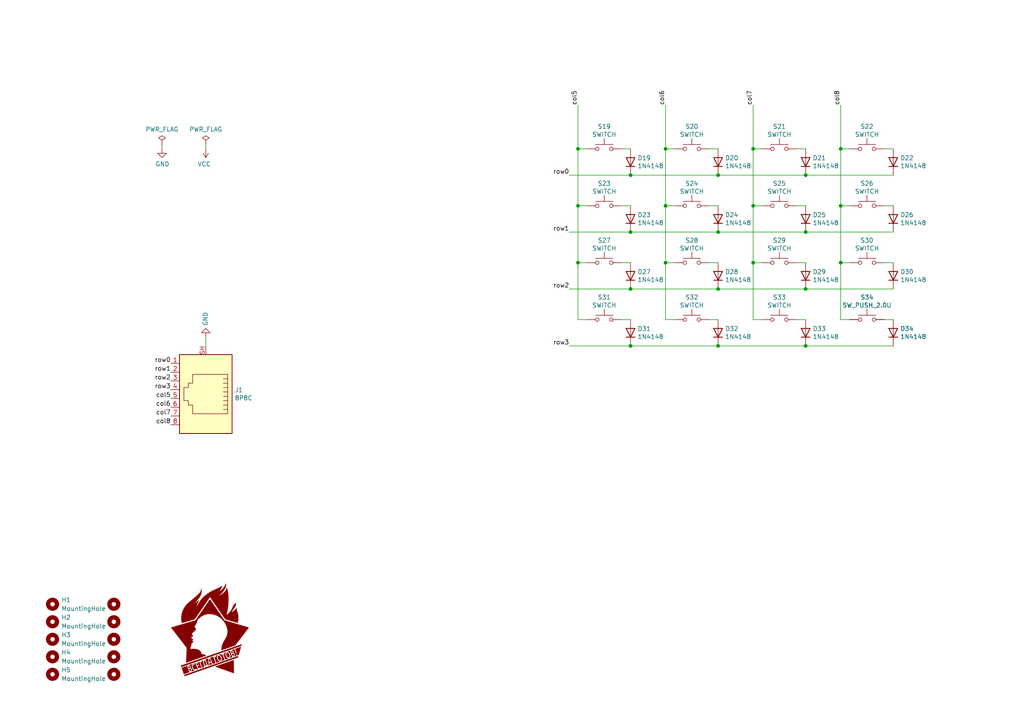
<source format=kicad_sch>
(kicad_sch (version 20230121) (generator eeschema)
  (paper "A4")
  (title_block (title "SEPR-RIGHT") (date "2023-11-15") (rev "0.1"))
  (lib_symbols
    (symbol "Connector:RJ45_Shielded" (pin_names (offset 1.016))
      (property "Reference" "J" (at -5.08 13.97 0))
      (property "Value" "RJ45_Shielded" (at 2.54 13.97 0))
      (symbol "RJ45_Shielded_1_1"
        (pin passive line (at 10.16 -7.62 180) (length 2.54) (name "~") (number "1"))
        (pin passive line (at 10.16 -5.08 180) (length 2.54) (name "~") (number "2"))
        (pin passive line (at 10.16 -2.54 180) (length 2.54) (name "~") (number "3"))
        (pin passive line (at 10.16 0 180) (length 2.54) (name "~") (number "4"))
        (pin passive line (at 10.16 2.54 180) (length 2.54) (name "~") (number "5"))
        (pin passive line (at 10.16 5.08 180) (length 2.54) (name "~") (number "6"))
        (pin passive line (at 10.16 7.62 180) (length 2.54) (name "~") (number "7"))
        (pin passive line (at 10.16 10.16 180) (length 2.54) (name "~") (number "8"))
        (pin passive line (at 0 -12.7 90) (length 2.54) (name "~") (number "SH"))
      )
    )
    (symbol "Diode:1N4148" (pin_numbers hide) (pin_names (offset 1.016) hide)
      (property "Reference" "D" (at 0 2.54 0))
      (property "Value" "1N4148" (at 0 -2.54 0))
      (symbol "1N4148_1_1"
        (pin passive line (at -3.81 0 0) (length 2.54) (name "K") (number "1"))
        (pin passive line (at 3.81 0 180) (length 2.54) (name "A") (number "2"))
      )
    )
    (symbol "Mechanical:MountingHole" (pin_names (offset 1.016))
      (property "Reference" "H" (at 0 5.08 0))
      (property "Value" "MountingHole" (at 0 3.175 0))
    )
    (symbol "SEPOR-LOGO:LOGO" (pin_names (offset 1.016)))
    (symbol "Switch:SW_Push" (pin_numbers hide) (pin_names (offset 1.016) hide)
      (property "Reference" "SW" (at 1.27 2.54 0))
      (property "Value" "SW_Push" (at 0 -1.524 0))
      (symbol "SW_Push_0_1"
        (pin passive line (at -5.08 0 0) (length 2.54) (name "1") (number "1"))
        (pin passive line (at 5.08 0 180) (length 2.54) (name "2") (number "2"))
      )
    )
    (symbol "power:GND" (power) (pin_names (offset 0))
      (property "Value" "GND" (at 0 -3.81 0))
      (symbol "GND_1_1"
        (pin power_in line (at 0 0 270) (length 0) hide (name "GND") (number "1"))
      )
    )
    (symbol "power:PWR_FLAG" (power) (pin_numbers hide) (pin_names (offset 0) hide)
      (property "Value" "PWR_FLAG" (at 0 3.81 0))
      (symbol "PWR_FLAG_0_0"
        (pin power_out line (at 0 0 90) (length 0) (name "pwr") (number "1"))
      )
    )
    (symbol "power:VCC" (power) (pin_names (offset 0))
      (property "Value" "VCC" (at 0 3.81 0))
      (symbol "VCC_1_1"
        (pin power_in line (at 0 0 90) (length 0) hide (name "VCC") (number "1"))
      )
    )
  )
  (junction (at 208.28 67.31))
  (junction (at 218.44 43.18))
  (junction (at 193.04 76.2))
  (junction (at 218.44 76.2))
  (junction (at 243.84 59.69))
  (junction (at 243.84 76.2))
  (junction (at 182.88 50.8))
  (junction (at 193.04 43.18))
  (junction (at 182.88 100.33))
  (junction (at 233.68 83.82))
  (junction (at 182.88 67.31))
  (junction (at 208.28 50.8))
  (junction (at 167.64 43.18))
  (junction (at 167.64 76.2))
  (junction (at 182.88 83.82))
  (junction (at 208.28 100.33))
  (junction (at 208.28 83.82))
  (junction (at 243.84 43.18))
  (junction (at 233.68 50.8))
  (junction (at 218.44 59.69))
  (junction (at 233.68 67.31))
  (junction (at 167.64 59.69))
  (junction (at 193.04 59.69))
  (junction (at 233.68 100.33))
  (wire (pts (xy 243.84 76.2) (xy 243.84 92.71)))
  (wire (pts (xy 243.84 30.48) (xy 243.84 43.18)))
  (wire (pts (xy 233.68 83.82) (xy 259.08 83.82)))
  (wire (pts (xy 231.14 76.2) (xy 233.68 76.2)))
  (wire (pts (xy 256.54 76.2) (xy 259.08 76.2)))
  (wire (pts (xy 208.28 100.33) (xy 233.68 100.33)))
  (wire (pts (xy 167.64 43.18) (xy 170.18 43.18)))
  (wire (pts (xy 218.44 76.2) (xy 220.98 76.2)))
  (wire (pts (xy 218.44 43.18) (xy 220.98 43.18)))
  (wire (pts (xy 243.84 76.2) (xy 246.38 76.2)))
  (wire (pts (xy 193.04 76.2) (xy 195.58 76.2)))
  (wire (pts (xy 218.44 30.48) (xy 218.44 43.18)))
  (wire (pts (xy 243.84 43.18) (xy 246.38 43.18)))
  (wire (pts (xy 167.64 76.2) (xy 167.64 92.71)))
  (wire (pts (xy 182.88 83.82) (xy 208.28 83.82)))
  (wire (pts (xy 208.28 50.8) (xy 233.68 50.8)))
  (wire (pts (xy 46.99 43.18) (xy 46.99 41.91)))
  (wire (pts (xy 193.04 76.2) (xy 193.04 92.71)))
  (wire (pts (xy 193.04 43.18) (xy 195.58 43.18)))
  (wire (pts (xy 167.64 59.69) (xy 167.64 76.2)))
  (wire (pts (xy 231.14 92.71) (xy 233.68 92.71)))
  (wire (pts (xy 205.74 76.2) (xy 208.28 76.2)))
  (wire (pts (xy 218.44 59.69) (xy 218.44 76.2)))
  (wire (pts (xy 182.88 67.31) (xy 208.28 67.31)))
  (wire (pts (xy 218.44 59.69) (xy 220.98 59.69)))
  (wire (pts (xy 180.34 76.2) (xy 182.88 76.2)))
  (wire (pts (xy 167.64 59.69) (xy 170.18 59.69)))
  (wire (pts (xy 182.88 50.8) (xy 208.28 50.8)))
  (wire (pts (xy 233.68 67.31) (xy 259.08 67.31)))
  (wire (pts (xy 231.14 59.69) (xy 233.68 59.69)))
  (wire (pts (xy 193.04 92.71) (xy 195.58 92.71)))
  (wire (pts (xy 165.1 67.31) (xy 182.88 67.31)))
  (wire (pts (xy 165.1 83.82) (xy 182.88 83.82)))
  (wire (pts (xy 256.54 43.18) (xy 259.08 43.18)))
  (wire (pts (xy 243.84 59.69) (xy 243.84 76.2)))
  (wire (pts (xy 193.04 59.69) (xy 193.04 76.2)))
  (wire (pts (xy 205.74 43.18) (xy 208.28 43.18)))
  (wire (pts (xy 218.44 43.18) (xy 218.44 59.69)))
  (wire (pts (xy 59.69 97.79) (xy 59.69 100.33)))
  (wire (pts (xy 180.34 43.18) (xy 182.88 43.18)))
  (wire (pts (xy 167.64 43.18) (xy 167.64 59.69)))
  (wire (pts (xy 205.74 59.69) (xy 208.28 59.69)))
  (wire (pts (xy 167.64 30.48) (xy 167.64 43.18)))
  (wire (pts (xy 243.84 92.71) (xy 246.38 92.71)))
  (wire (pts (xy 182.88 100.33) (xy 208.28 100.33)))
  (wire (pts (xy 193.04 59.69) (xy 195.58 59.69)))
  (wire (pts (xy 165.1 50.8) (xy 182.88 50.8)))
  (wire (pts (xy 167.64 92.71) (xy 170.18 92.71)))
  (wire (pts (xy 180.34 59.69) (xy 182.88 59.69)))
  (wire (pts (xy 59.69 43.18) (xy 59.69 41.91)))
  (wire (pts (xy 233.68 50.8) (xy 259.08 50.8)))
  (wire (pts (xy 231.14 43.18) (xy 233.68 43.18)))
  (wire (pts (xy 218.44 76.2) (xy 218.44 92.71)))
  (wire (pts (xy 167.64 76.2) (xy 170.18 76.2)))
  (wire (pts (xy 218.44 92.71) (xy 220.98 92.71)))
  (wire (pts (xy 256.54 59.69) (xy 259.08 59.69)))
  (wire (pts (xy 193.04 43.18) (xy 193.04 59.69)))
  (wire (pts (xy 165.1 100.33) (xy 182.88 100.33)))
  (wire (pts (xy 208.28 67.31) (xy 233.68 67.31)))
  (wire (pts (xy 243.84 43.18) (xy 243.84 59.69)))
  (wire (pts (xy 205.74 92.71) (xy 208.28 92.71)))
  (wire (pts (xy 233.68 100.33) (xy 259.08 100.33)))
  (wire (pts (xy 193.04 30.48) (xy 193.04 43.18)))
  (wire (pts (xy 256.54 92.71) (xy 259.08 92.71)))
  (wire (pts (xy 180.34 92.71) (xy 182.88 92.71)))
  (wire (pts (xy 208.28 83.82) (xy 233.68 83.82)))
  (wire (pts (xy 243.84 59.69) (xy 246.38 59.69)))
  (label "col6" (at 193.04 30.48 90))
  (label "col8" (at 49.53 123.19 180))
  (label "row0" (at 49.53 105.41 180))
  (label "row1" (at 49.53 107.95 180))
  (label "row1" (at 165.1 67.31 180))
  (label "row0" (at 165.1 50.8 180))
  (label "col5" (at 49.53 115.57 180))
  (label "row3" (at 165.1 100.33 180))
  (label "col8" (at 243.84 30.48 90))
  (label "col7" (at 49.53 120.65 180))
  (label "row3" (at 49.53 113.03 180))
  (label "col7" (at 218.44 30.48 90))
  (label "row2" (at 49.53 110.49 180))
  (label "row2" (at 165.1 83.82 180))
  (label "col5" (at 167.64 30.48 90))
  (label "col6" (at 49.53 118.11 180))
  (symbol (lib_id "Diode:1N4148") (at 259.08 46.99 90) (unit 1)
    (property "Reference" "D22" (at 261.0866 45.8216 90) (effects (justify right)))
    (property "Value" "1N4148" (at 261.0866 48.133 90) (effects (justify right)))
    (property "Footprint" "Diode_SMD:D_SOD-323" (effects hide))
    (property "Datasheet" "https://assets.nexperia.com/documents/data-sheet/1N4148_1N4448.pdf" (effects hide))
  )
  (symbol (lib_id "Mechanical:MountingHole") (at 33.02 190.5 0) (unit 1)
    (property "Reference" "H9" (at 35.56 189.2299 0) (effects (justify left)))
    (property "Value" "MountingHole" (at 35.56 191.7699 0) (effects (justify left)))
    (property "Footprint" "MountingHole:MountingHole_2.2mm_M2" (effects hide))
    (property "Footprint" "MountingHole:MountingHole_4mm" (effects hide))
    (property "Reference" "H9" (effects hide))
    (property "Value" "MountingHole" (effects hide))
  )
  (symbol (lib_id "power:VCC") (at 59.69 43.18 180) (unit 1)
    (property "Reference" "#PWR04" (effects hide))
    (property "Value" "VCC" (at 59.2328 47.5742 0))
  )
  (symbol (lib_id "Mechanical:MountingHole") (at 33.02 175.26 0) (unit 1)
    (property "Reference" "H6" (at 35.56 173.9899 0) (effects (justify left)))
    (property "Value" "MountingHole" (at 35.56 176.5299 0) (effects (justify left)))
    (property "Footprint" "MountingHole:MountingHole_2.2mm_M2" (effects hide))
    (property "Footprint" "MountingHole:MountingHole_4mm" (effects hide))
    (property "Reference" "H6" (effects hide))
    (property "Value" "MountingHole" (effects hide))
  )
  (symbol (lib_id "Mechanical:MountingHole") (at 33.02 195.58 0) (unit 1)
    (property "Reference" "H10" (at 35.56 194.3099 0) (effects (justify left)))
    (property "Value" "MountingHole" (at 35.56 196.8499 0) (effects (justify left)))
    (property "Footprint" "MountingHole:MountingHole_2.2mm_M2" (effects hide))
    (property "Footprint" "MountingHole:MountingHole_4mm" (effects hide))
    (property "Reference" "H10" (effects hide))
    (property "Value" "MountingHole" (effects hide))
  )
  (symbol (lib_id "Diode:1N4148") (at 233.68 96.52 90) (unit 1)
    (property "Reference" "D33" (at 235.6866 95.3516 90) (effects (justify right)))
    (property "Value" "1N4148" (at 235.6866 97.663 90) (effects (justify right)))
    (property "Footprint" "Diode_SMD:D_SOD-323" (effects hide))
    (property "Datasheet" "https://assets.nexperia.com/documents/data-sheet/1N4148_1N4448.pdf" (effects hide))
  )
  (symbol (lib_id "SEPOR-LOGO:LOGO") (at 60.96 182.88 0) (unit 1)
    (property "Reference" "#G1" (effects hide))
    (property "Value" "LOGO" (effects hide))
  )
  (symbol (lib_id "Diode:1N4148") (at 208.28 96.52 90) (unit 1)
    (property "Reference" "D32" (at 210.2866 95.3516 90) (effects (justify right)))
    (property "Value" "1N4148" (at 210.2866 97.663 90) (effects (justify right)))
    (property "Footprint" "Diode_SMD:D_SOD-323" (effects hide))
    (property "Datasheet" "https://assets.nexperia.com/documents/data-sheet/1N4148_1N4448.pdf" (effects hide))
  )
  (symbol (lib_id "Mechanical:MountingHole") (at 15.24 180.34 0) (unit 1)
    (property "Reference" "H2" (at 17.78 179.0699 0) (effects (justify left)))
    (property "Value" "MountingHole" (at 17.78 181.6099 0) (effects (justify left)))
    (property "Footprint" "MountingHole:MountingHole_2.2mm_M2" (effects hide))
  )
  (symbol (lib_id "Switch:SW_Push") (at 175.26 76.2 0) (unit 1)
    (property "Reference" "S27" (at 175.26 69.723 0))
    (property "Value" "SWITCH" (at 175.26 72.0344 0))
    (property "Footprint" "SEPOR34-footprints:SEPOR-MX-KS27-HOTSWAP-1U" (effects hide))
  )
  (symbol (lib_id "Mechanical:MountingHole") (at 33.02 180.34 0) (unit 1)
    (property "Reference" "H7" (at 35.56 179.0699 0) (effects (justify left)))
    (property "Value" "MountingHole" (at 35.56 181.6099 0) (effects (justify left)))
    (property "Footprint" "MountingHole:MountingHole_2.2mm_M2" (effects hide))
    (property "Footprint" "MountingHole:MountingHole_4mm" (effects hide))
    (property "Reference" "H7" (effects hide))
    (property "Value" "MountingHole" (effects hide))
  )
  (symbol (lib_id "Mechanical:MountingHole") (at 15.24 190.5 0) (unit 1)
    (property "Reference" "H4" (at 17.78 189.2299 0) (effects (justify left)))
    (property "Value" "MountingHole" (at 17.78 191.7699 0) (effects (justify left)))
    (property "Footprint" "MountingHole:MountingHole_2.2mm_M2" (effects hide))
  )
  (symbol (lib_id "Diode:1N4148") (at 182.88 46.99 90) (unit 1)
    (property "Reference" "D19" (at 184.8866 45.8216 90) (effects (justify right)))
    (property "Value" "1N4148" (at 184.8866 48.133 90) (effects (justify right)))
    (property "Footprint" "Diode_SMD:D_SOD-323" (effects hide))
    (property "Datasheet" "https://assets.nexperia.com/documents/data-sheet/1N4148_1N4448.pdf" (effects hide))
  )
  (symbol (lib_id "Switch:SW_Push") (at 200.66 43.18 0) (unit 1)
    (property "Reference" "S20" (at 200.66 36.703 0))
    (property "Value" "SWITCH" (at 200.66 39.0144 0))
    (property "Footprint" "SEPOR34-footprints:SEPOR-MX-KS27-HOTSWAP-1U" (effects hide))
  )
  (symbol (lib_id "power:PWR_FLAG") (at 59.69 41.91 0) (unit 1)
    (property "Reference" "#FLG02" (effects hide))
    (property "Value" "PWR_FLAG" (at 59.69 37.5158 0))
  )
  (symbol (lib_id "Switch:SW_Push") (at 200.66 92.71 0) (unit 1)
    (property "Reference" "S32" (at 200.66 86.233 0))
    (property "Value" "SWITCH" (at 200.66 88.5444 0))
    (property "Footprint" "SEPOR34-footprints:SEPOR-MX-KS27-HOTSWAP-1U" (effects hide))
  )
  (symbol (lib_id "Diode:1N4148") (at 259.08 80.01 90) (unit 1)
    (property "Reference" "D30" (at 261.0866 78.8416 90) (effects (justify right)))
    (property "Value" "1N4148" (at 261.0866 81.153 90) (effects (justify right)))
    (property "Footprint" "Diode_SMD:D_SOD-323" (effects hide))
    (property "Datasheet" "https://assets.nexperia.com/documents/data-sheet/1N4148_1N4448.pdf" (effects hide))
  )
  (symbol (lib_id "Mechanical:MountingHole") (at 15.24 185.42 0) (unit 1)
    (property "Reference" "H3" (at 17.78 184.1499 0) (effects (justify left)))
    (property "Value" "MountingHole" (at 17.78 186.6899 0) (effects (justify left)))
    (property "Footprint" "MountingHole:MountingHole_2.2mm_M2" (effects hide))
  )
  (symbol (lib_id "power:GND") (at 59.69 97.79 180) (unit 1)
    (property "Reference" "#PWR05" (effects hide))
    (property "Value" "GND" (at 59.563 94.5388 90) (effects (justify right)))
  )
  (symbol (lib_id "Diode:1N4148") (at 182.88 63.5 90) (unit 1)
    (property "Reference" "D23" (at 184.8866 62.3316 90) (effects (justify right)))
    (property "Value" "1N4148" (at 184.8866 64.643 90) (effects (justify right)))
    (property "Footprint" "Diode_SMD:D_SOD-323" (effects hide))
    (property "Datasheet" "https://assets.nexperia.com/documents/data-sheet/1N4148_1N4448.pdf" (effects hide))
  )
  (symbol (lib_id "Mechanical:MountingHole") (at 15.24 175.26 0) (unit 1)
    (property "Reference" "H1" (at 17.78 173.9899 0) (effects (justify left)))
    (property "Value" "MountingHole" (at 17.78 176.5299 0) (effects (justify left)))
    (property "Footprint" "MountingHole:MountingHole_2.2mm_M2" (effects hide))
  )
  (symbol (lib_id "Switch:SW_Push") (at 175.26 92.71 0) (unit 1)
    (property "Reference" "S31" (at 175.26 86.233 0))
    (property "Value" "SWITCH" (at 175.26 88.5444 0))
    (property "Footprint" "SEPOR34-footprints:SEPOR-MX-KS27-HOTSWAP-1U" (effects hide))
  )
  (symbol (lib_id "Switch:SW_Push") (at 175.26 59.69 0) (unit 1)
    (property "Reference" "S23" (at 175.26 53.213 0))
    (property "Value" "SWITCH" (at 175.26 55.5244 0))
    (property "Footprint" "SEPOR34-footprints:SEPOR-MX-KS27-HOTSWAP-1U" (effects hide))
  )
  (symbol (lib_id "Connector:RJ45_Shielded") (at 59.69 113.03 180) (unit 1)
    (property "Reference" "J1" (at 68.072 113.1316 0) (effects (justify right)))
    (property "Value" "8P8C" (at 68.072 115.443 0) (effects (justify right)))
    (property "Footprint" "SEPOR34-footprints:RJ45-HELING-MJ88-XX11-HLSV6-SMD" (effects hide))
  )
  (symbol (lib_id "Switch:SW_Push") (at 251.46 43.18 0) (unit 1)
    (property "Reference" "S22" (at 251.46 36.703 0))
    (property "Value" "SWITCH" (at 251.46 39.0144 0))
    (property "Footprint" "SEPOR34-footprints:SEPOR-MX-KS27-HOTSWAP-1U" (effects hide))
  )
  (symbol (lib_id "Diode:1N4148") (at 233.68 46.99 90) (unit 1)
    (property "Reference" "D21" (at 235.6866 45.8216 90) (effects (justify right)))
    (property "Value" "1N4148" (at 235.6866 48.133 90) (effects (justify right)))
    (property "Footprint" "Diode_SMD:D_SOD-323" (effects hide))
    (property "Datasheet" "https://assets.nexperia.com/documents/data-sheet/1N4148_1N4448.pdf" (effects hide))
  )
  (symbol (lib_id "Diode:1N4148") (at 233.68 63.5 90) (unit 1)
    (property "Reference" "D25" (at 235.6866 62.3316 90) (effects (justify right)))
    (property "Value" "1N4148" (at 235.6866 64.643 90) (effects (justify right)))
    (property "Footprint" "Diode_SMD:D_SOD-323" (effects hide))
    (property "Datasheet" "https://assets.nexperia.com/documents/data-sheet/1N4148_1N4448.pdf" (effects hide))
  )
  (symbol (lib_id "Diode:1N4148") (at 182.88 80.01 90) (unit 1)
    (property "Reference" "D27" (at 184.8866 78.8416 90) (effects (justify right)))
    (property "Value" "1N4148" (at 184.8866 81.153 90) (effects (justify right)))
    (property "Footprint" "Diode_SMD:D_SOD-323" (effects hide))
    (property "Datasheet" "https://assets.nexperia.com/documents/data-sheet/1N4148_1N4448.pdf" (effects hide))
  )
  (symbol (lib_id "Diode:1N4148") (at 208.28 80.01 90) (unit 1)
    (property "Reference" "D28" (at 210.2866 78.8416 90) (effects (justify right)))
    (property "Value" "1N4148" (at 210.2866 81.153 90) (effects (justify right)))
    (property "Footprint" "Diode_SMD:D_SOD-323" (effects hide))
    (property "Datasheet" "https://assets.nexperia.com/documents/data-sheet/1N4148_1N4448.pdf" (effects hide))
  )
  (symbol (lib_id "power:PWR_FLAG") (at 46.99 41.91 0) (unit 1)
    (property "Reference" "#FLG01" (effects hide))
    (property "Value" "PWR_FLAG" (at 46.99 37.5158 0))
  )
  (symbol (lib_id "Switch:SW_Push") (at 200.66 76.2 0) (unit 1)
    (property "Reference" "S28" (at 200.66 69.723 0))
    (property "Value" "SWITCH" (at 200.66 72.0344 0))
    (property "Footprint" "SEPOR34-footprints:SEPOR-MX-KS27-HOTSWAP-1U" (effects hide))
  )
  (symbol (lib_id "Switch:SW_Push") (at 226.06 59.69 0) (unit 1)
    (property "Reference" "S25" (at 226.06 53.213 0))
    (property "Value" "SWITCH" (at 226.06 55.5244 0))
    (property "Footprint" "SEPOR34-footprints:SEPOR-MX-KS27-HOTSWAP-1U" (effects hide))
  )
  (symbol (lib_id "Diode:1N4148") (at 233.68 80.01 90) (unit 1)
    (property "Reference" "D29" (at 235.6866 78.8416 90) (effects (justify right)))
    (property "Value" "1N4148" (at 235.6866 81.153 90) (effects (justify right)))
    (property "Footprint" "Diode_SMD:D_SOD-323" (effects hide))
    (property "Datasheet" "https://assets.nexperia.com/documents/data-sheet/1N4148_1N4448.pdf" (effects hide))
  )
  (symbol (lib_id "Switch:SW_Push") (at 251.46 76.2 0) (unit 1)
    (property "Reference" "S30" (at 251.46 69.723 0))
    (property "Value" "SWITCH" (at 251.46 72.0344 0))
    (property "Footprint" "SEPOR34-footprints:SEPOR-MX-KS27-HOTSWAP-1U" (effects hide))
  )
  (symbol (lib_id "Switch:SW_Push") (at 251.46 59.69 0) (unit 1)
    (property "Reference" "S26" (at 251.46 53.213 0))
    (property "Value" "SWITCH" (at 251.46 55.5244 0))
    (property "Footprint" "SEPOR34-footprints:SEPOR-MX-KS27-HOTSWAP-1U" (effects hide))
  )
  (symbol (lib_id "Diode:1N4148") (at 208.28 46.99 90) (unit 1)
    (property "Reference" "D20" (at 210.2866 45.8216 90) (effects (justify right)))
    (property "Value" "1N4148" (at 210.2866 48.133 90) (effects (justify right)))
    (property "Footprint" "Diode_SMD:D_SOD-323" (effects hide))
    (property "Datasheet" "https://assets.nexperia.com/documents/data-sheet/1N4148_1N4448.pdf" (effects hide))
  )
  (symbol (lib_id "Diode:1N4148") (at 259.08 63.5 90) (unit 1)
    (property "Reference" "D26" (at 261.0866 62.3316 90) (effects (justify right)))
    (property "Value" "1N4148" (at 261.0866 64.643 90) (effects (justify right)))
    (property "Footprint" "Diode_SMD:D_SOD-323" (effects hide))
    (property "Datasheet" "https://assets.nexperia.com/documents/data-sheet/1N4148_1N4448.pdf" (effects hide))
  )
  (symbol (lib_id "Mechanical:MountingHole") (at 33.02 185.42 0) (unit 1)
    (property "Reference" "H8" (at 35.56 184.1499 0) (effects (justify left)))
    (property "Value" "MountingHole" (at 35.56 186.6899 0) (effects (justify left)))
    (property "Footprint" "MountingHole:MountingHole_2.2mm_M2" (effects hide))
    (property "Footprint" "MountingHole:MountingHole_4mm" (effects hide))
    (property "Reference" "H8" (effects hide))
    (property "Value" "MountingHole" (effects hide))
  )
  (symbol (lib_id "Switch:SW_Push") (at 175.26 43.18 0) (unit 1)
    (property "Reference" "S19" (at 175.26 36.703 0))
    (property "Value" "SWITCH" (at 175.26 39.0144 0))
    (property "Footprint" "SEPOR34-footprints:SEPOR-MX-KS27-HOTSWAP-1U" (effects hide))
  )
  (symbol (lib_id "Diode:1N4148") (at 208.28 63.5 90) (unit 1)
    (property "Reference" "D24" (at 210.2866 62.3316 90) (effects (justify right)))
    (property "Value" "1N4148" (at 210.2866 64.643 90) (effects (justify right)))
    (property "Footprint" "Diode_SMD:D_SOD-323" (effects hide))
    (property "Datasheet" "https://assets.nexperia.com/documents/data-sheet/1N4148_1N4448.pdf" (effects hide))
  )
  (symbol (lib_id "Mechanical:MountingHole") (at 15.24 195.58 0) (unit 1)
    (property "Reference" "H5" (at 17.78 194.3099 0) (effects (justify left)))
    (property "Value" "MountingHole" (at 17.78 196.8499 0) (effects (justify left)))
    (property "Footprint" "MountingHole:MountingHole_2.2mm_M2" (effects hide))
  )
  (symbol (lib_id "Switch:SW_Push") (at 226.06 76.2 0) (unit 1)
    (property "Reference" "S29" (at 226.06 69.723 0))
    (property "Value" "SWITCH" (at 226.06 72.0344 0))
    (property "Footprint" "SEPOR34-footprints:SEPOR-MX-KS27-HOTSWAP-1U" (effects hide))
  )
  (symbol (lib_id "Diode:1N4148") (at 182.88 96.52 90) (unit 1)
    (property "Reference" "D31" (at 184.8866 95.3516 90) (effects (justify right)))
    (property "Value" "1N4148" (at 184.8866 97.663 90) (effects (justify right)))
    (property "Footprint" "Diode_SMD:D_SOD-323" (effects hide))
    (property "Datasheet" "https://assets.nexperia.com/documents/data-sheet/1N4148_1N4448.pdf" (effects hide))
  )
  (symbol (lib_id "Switch:SW_Push") (at 226.06 92.71 0) (unit 1)
    (property "Reference" "S33" (at 226.06 86.233 0))
    (property "Value" "SWITCH" (at 226.06 88.5444 0))
    (property "Footprint" "SEPOR34-footprints:SEPOR-MX-KS27-HOTSWAP-1U" (effects hide))
  )
  (symbol (lib_id "Switch:SW_Push") (at 200.66 59.69 0) (unit 1)
    (property "Reference" "S24" (at 200.66 53.213 0))
    (property "Value" "SWITCH" (at 200.66 55.5244 0))
    (property "Footprint" "SEPOR34-footprints:SEPOR-MX-KS27-HOTSWAP-1U" (effects hide))
  )
  (symbol (lib_id "Diode:1N4148") (at 259.08 96.52 90) (unit 1)
    (property "Reference" "D34" (at 261.0866 95.3516 90) (effects (justify right)))
    (property "Value" "1N4148" (at 261.0866 97.663 90) (effects (justify right)))
    (property "Footprint" "Diode_SMD:D_SOD-323" (effects hide))
    (property "Datasheet" "https://assets.nexperia.com/documents/data-sheet/1N4148_1N4448.pdf" (effects hide))
  )
  (symbol (lib_id "power:GND") (at 46.99 43.18 0) (unit 1)
    (property "Reference" "#PWR03" (effects hide))
    (property "Value" "GND" (at 47.117 47.5742 0))
  )
  (symbol (lib_id "Switch:SW_Push") (at 226.06 43.18 0) (unit 1)
    (property "Reference" "S21" (at 226.06 36.703 0))
    (property "Value" "SWITCH" (at 226.06 39.0144 0))
    (property "Footprint" "SEPOR34-footprints:SEPOR-MX-KS27-HOTSWAP-1U" (effects hide))
  )
  (symbol (lib_id "Switch:SW_Push") (at 251.46 92.71 0) (unit 1)
    (property "Reference" "S34" (at 251.46 86.233 0))
    (property "Value" "SW_PUSH_2.0U" (at 251.46 88.5444 0))
    (property "Footprint" "SEPOR34-footprints:SEPOR-MX-KS27-HOTSWAP-2U" (effects hide))
  )
)
</source>
